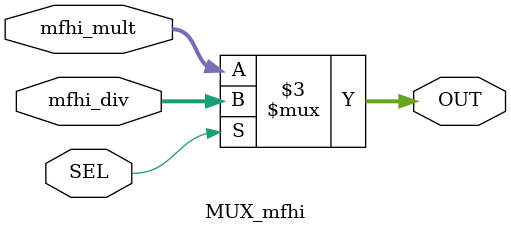
<source format=v>
module MUX_mfhi (
    input SEL,
    input [31:0] mfhi_mult,
    input [31:0] mfhi_div, 
    output reg [31:0] OUT
);

    always @(*) begin

        if (SEL)
            OUT = mfhi_div;
        else
            OUT = mfhi_mult;

    end

endmodule
</source>
